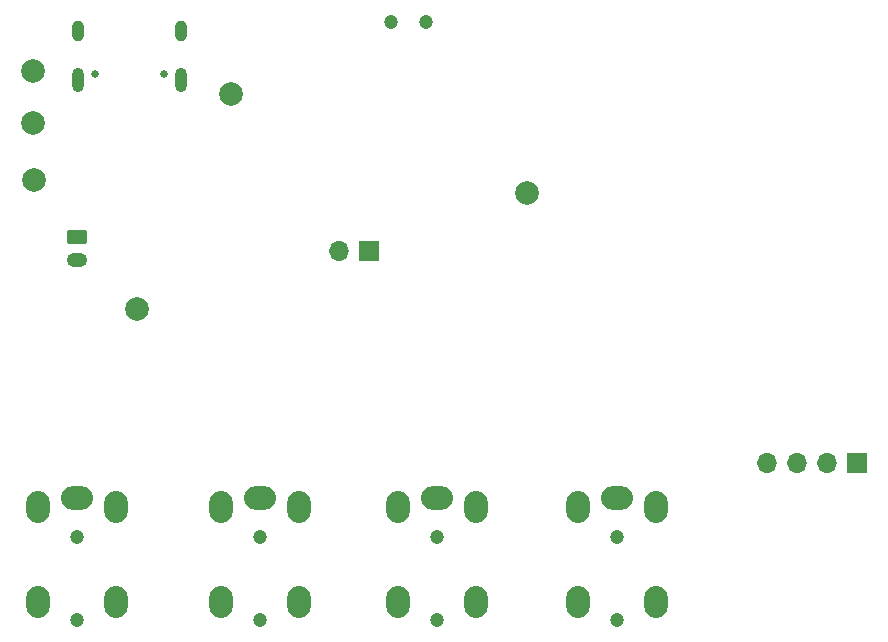
<source format=gbr>
%TF.GenerationSoftware,KiCad,Pcbnew,7.0.8*%
%TF.CreationDate,2024-03-17T18:00:07+01:00*%
%TF.ProjectId,HM_mainboard,484d5f6d-6169-46e6-926f-6172642e6b69,rev?*%
%TF.SameCoordinates,Original*%
%TF.FileFunction,Soldermask,Bot*%
%TF.FilePolarity,Negative*%
%FSLAX46Y46*%
G04 Gerber Fmt 4.6, Leading zero omitted, Abs format (unit mm)*
G04 Created by KiCad (PCBNEW 7.0.8) date 2024-03-17 18:00:07*
%MOMM*%
%LPD*%
G01*
G04 APERTURE LIST*
G04 Aperture macros list*
%AMRoundRect*
0 Rectangle with rounded corners*
0 $1 Rounding radius*
0 $2 $3 $4 $5 $6 $7 $8 $9 X,Y pos of 4 corners*
0 Add a 4 corners polygon primitive as box body*
4,1,4,$2,$3,$4,$5,$6,$7,$8,$9,$2,$3,0*
0 Add four circle primitives for the rounded corners*
1,1,$1+$1,$2,$3*
1,1,$1+$1,$4,$5*
1,1,$1+$1,$6,$7*
1,1,$1+$1,$8,$9*
0 Add four rect primitives between the rounded corners*
20,1,$1+$1,$2,$3,$4,$5,0*
20,1,$1+$1,$4,$5,$6,$7,0*
20,1,$1+$1,$6,$7,$8,$9,0*
20,1,$1+$1,$8,$9,$2,$3,0*%
G04 Aperture macros list end*
%ADD10C,1.200000*%
%ADD11O,2.700000X2.000000*%
%ADD12O,2.000000X2.700000*%
%ADD13RoundRect,0.250000X-0.625000X0.350000X-0.625000X-0.350000X0.625000X-0.350000X0.625000X0.350000X0*%
%ADD14O,1.750000X1.200000*%
%ADD15R,1.700000X1.700000*%
%ADD16O,1.700000X1.700000*%
%ADD17C,2.000000*%
%ADD18C,0.650000*%
%ADD19O,1.000000X2.100000*%
%ADD20O,1.000000X1.800000*%
G04 APERTURE END LIST*
D10*
%TO.C,J4*%
X171450000Y-125618000D03*
X171450000Y-118618000D03*
D11*
X171450000Y-115318000D03*
D12*
X168150000Y-116118000D03*
X174750000Y-116118000D03*
X174750000Y-124118000D03*
X168150000Y-124118000D03*
%TD*%
D10*
%TO.C,J6*%
X141224000Y-125618000D03*
X141224000Y-118618000D03*
D11*
X141224000Y-115318000D03*
D12*
X137924000Y-116118000D03*
X144524000Y-116118000D03*
X144524000Y-124118000D03*
X137924000Y-124118000D03*
%TD*%
D13*
%TO.C,J1*%
X125701000Y-93201000D03*
D14*
X125701000Y-95201000D03*
%TD*%
D15*
%TO.C,TP7*%
X150475000Y-94400000D03*
D16*
X147935000Y-94400000D03*
%TD*%
D17*
%TO.C,TP2*%
X122100000Y-88400000D03*
%TD*%
D15*
%TO.C,J3*%
X191760000Y-112395000D03*
D16*
X189220000Y-112395000D03*
X186680000Y-112395000D03*
X184140000Y-112395000D03*
%TD*%
D10*
%TO.C,S3*%
X152300000Y-75000000D03*
X155300000Y-75000000D03*
%TD*%
D17*
%TO.C,TP3*%
X138800000Y-81100000D03*
%TD*%
%TO.C,TP5*%
X122000000Y-79200000D03*
%TD*%
D18*
%TO.C,J2*%
X133065000Y-79440000D03*
X127285000Y-79440000D03*
D19*
X134495000Y-79940000D03*
D20*
X134495000Y-75760000D03*
D19*
X125855000Y-79940000D03*
D20*
X125855000Y-75760000D03*
%TD*%
D10*
%TO.C,J7*%
X125730000Y-125618000D03*
X125730000Y-118618000D03*
D11*
X125730000Y-115318000D03*
D12*
X122430000Y-116118000D03*
X129030000Y-116118000D03*
X129030000Y-124118000D03*
X122430000Y-124118000D03*
%TD*%
D17*
%TO.C,TP4*%
X130800000Y-99300000D03*
%TD*%
%TO.C,TP1*%
X122000000Y-83600000D03*
%TD*%
D10*
%TO.C,J5*%
X156210000Y-125618000D03*
X156210000Y-118618000D03*
D11*
X156210000Y-115318000D03*
D12*
X152910000Y-116118000D03*
X159510000Y-116118000D03*
X159510000Y-124118000D03*
X152910000Y-124118000D03*
%TD*%
D17*
%TO.C,TP6*%
X163800000Y-89500000D03*
%TD*%
M02*

</source>
